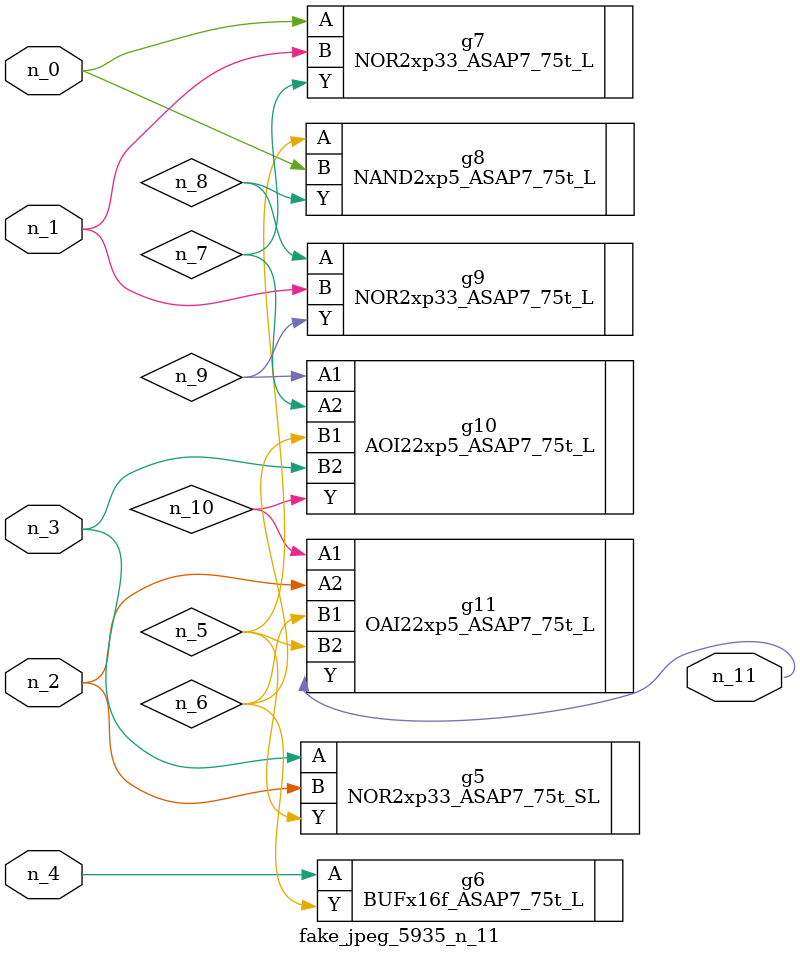
<source format=v>
module fake_jpeg_5935_n_11 (n_3, n_2, n_1, n_0, n_4, n_11);

input n_3;
input n_2;
input n_1;
input n_0;
input n_4;

output n_11;

wire n_10;
wire n_8;
wire n_9;
wire n_6;
wire n_5;
wire n_7;

NOR2xp33_ASAP7_75t_SL g5 ( 
.A(n_3),
.B(n_2),
.Y(n_5)
);

BUFx16f_ASAP7_75t_L g6 ( 
.A(n_4),
.Y(n_6)
);

NOR2xp33_ASAP7_75t_L g7 ( 
.A(n_0),
.B(n_1),
.Y(n_7)
);

NAND2xp5_ASAP7_75t_L g8 ( 
.A(n_5),
.B(n_0),
.Y(n_8)
);

NOR2xp33_ASAP7_75t_L g9 ( 
.A(n_8),
.B(n_1),
.Y(n_9)
);

AOI22xp5_ASAP7_75t_L g10 ( 
.A1(n_9),
.A2(n_7),
.B1(n_6),
.B2(n_3),
.Y(n_10)
);

OAI22xp5_ASAP7_75t_L g11 ( 
.A1(n_10),
.A2(n_2),
.B1(n_6),
.B2(n_5),
.Y(n_11)
);


endmodule
</source>
